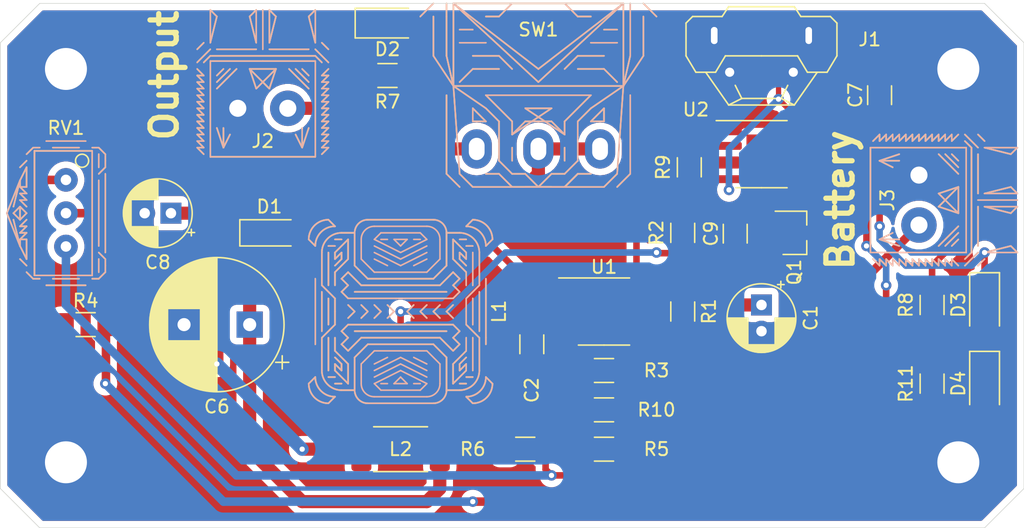
<source format=kicad_pcb>
(kicad_pcb (version 20171130) (host pcbnew "(5.1.10)-1")
  (layers (0 F.Cu signal) (31 B.Cu signal) (34 B.Paste user) (35 F.Paste user) (36 B.SilkS user) (37 F.SilkS user) (38 B.Mask user) (39 F.Mask user) (44 Edge.Cuts user))
  (net 0 "")
  (net 1 GND)
  (net 2 +5V)
  (net 3 VBATT)
  (net 4 "Net-(D3-Pad2)")
  (net 5 "Net-(D1-Pad2)")
  (net 6 "Net-(R4-Pad1)")
  (net 7 "Net-(D2-Pad2)")
  (net 8 "Net-(J1-Pad4)")
  (net 9 "Net-(J1-Pad3)")
  (net 10 "Net-(J1-Pad2)")
  (net 11 "Net-(L1-Pad2)")
  (net 12 "Net-(C2-Pad1)")
  (net 13 +24V)
  (net 14 "Net-(D3-Pad1)")
  (net 15 "Net-(J2-Pad1)")
  (net 16 "Net-(R2-Pad1)")
  (net 17 "Net-(R9-Pad2)")
  (net 18 "Net-(C6-Pad1)")
  (net 19 "Net-(U1-Pad2)")
  (net 20 "Net-(R10-Pad2)")
  (net 21 "Net-(R10-Pad1)")
  (net 22 "Net-(R5-Pad1)")
  (net 23 "Net-(J3-Pad1)")
  (net 24 "Net-(D4-Pad2)")
  (net 25 "Net-(D4-Pad1)")
  (module Capacitor_SMD:C_1206_3216Metric_Pad1.33x1.80mm_HandSolder (layer F.Cu) (at 56 17.5625 90)
    (fp_text reference C9 (at 0 -1.85 90) (layer F.SilkS))
    (fp_text value 10uF)
    (pad 2 smd roundrect (at 1.5625 0 90) (size 1.325 1.8) (layers F.Cu F.Paste F.Mask) (roundrect_rratio 0.188679) (net 1 GND))
    (pad 1 smd roundrect (at -1.5625 0 90) (size 1.325 1.8) (layers F.Cu F.Paste F.Mask) (roundrect_rratio 0.188679) (net 3 VBATT))
  )
  (module Capacitor_THT:CP_Radial_D5.0mm_P2.00mm (layer F.Cu) (at 58 23 270)
    (fp_text reference C1 (at 1 -3.75 90) (layer F.SilkS))
    (fp_text value "100uF ±20% 50V")
    (pad 2 thru_hole circle (at 2 0 270) (size 1.6 1.6) (drill 0.8) (layers *.Cu *.Mask) (net 1 GND))
    (pad 1 thru_hole rect (at 0 0 270) (size 1.6 1.6) (drill 0.8) (layers *.Cu *.Mask) (net 3 VBATT))
  )
  (module Capacitor_THT:CP_Radial_D5.0mm_P2.00mm (layer F.Cu) (at 13 16 180)
    (fp_text reference C8 (at 1 -3.75) (layer F.SilkS))
    (fp_text value "100uF ±20% 50V")
    (pad 2 thru_hole circle (at 2 0 180) (size 1.6 1.6) (drill 0.8) (layers *.Cu *.Mask) (net 1 GND))
    (pad 1 thru_hole rect (at 0 0 180) (size 1.6 1.6) (drill 0.8) (layers *.Cu *.Mask) (net 13 +24V))
  )
  (module Capacitor_THT:CP_Radial_D10.0mm_P5.00mm (layer F.Cu) (at 19 24.5 180)
    (fp_text reference C6 (at 2.5 -6.25) (layer F.SilkS))
    (fp_text value "330uF ±20% 50V")
    (pad 2 thru_hole circle (at 5 0 180) (size 2 2) (drill 1) (layers *.Cu *.Mask) (net 1 GND))
    (pad 1 thru_hole rect (at 0 0 180) (size 2 2) (drill 1) (layers *.Cu *.Mask) (net 18 "Net-(C6-Pad1)"))
  )
  (module Diode_SMD:D_1206_3216Metric_Pad1.42x1.75mm_HandSolder (layer F.Cu) (at 75 29 270)
    (fp_text reference D4 (at 0 2 90) (layer F.SilkS))
    (fp_text value "Blue LED")
    (pad 1 smd roundrect (at -1.4875 0 270) (size 1.425 1.75) (layers F.Cu F.Paste F.Mask) (roundrect_rratio 0.175439) (net 25 "Net-(D4-Pad1)"))
    (pad 2 smd roundrect (at 1.4875 0 270) (size 1.425 1.75) (layers F.Cu F.Paste F.Mask) (roundrect_rratio 0.175439) (net 24 "Net-(D4-Pad2)"))
  )
  (module Resistor_SMD:R_1206_3216Metric_Pad1.30x1.75mm_HandSolder (layer F.Cu) (at 71 29 90)
    (fp_text reference R11 (at 0 -2 90) (layer F.SilkS))
    (fp_text value 10k)
    (pad 2 smd roundrect (at 1.55 0 90) (size 1.3 1.75) (layers F.Cu F.Paste F.Mask) (roundrect_rratio 0.192308) (net 2 +5V))
    (pad 1 smd roundrect (at -1.55 0 90) (size 1.3 1.75) (layers F.Cu F.Paste F.Mask) (roundrect_rratio 0.192308) (net 24 "Net-(D4-Pad2)"))
  )
  (module Package_TO_SOT_SMD:SC-59 (layer F.Cu) (at 60.5 17.5)
    (fp_text reference Q1 (at 0 3 270) (layer F.SilkS))
    (fp_text value Q_PMOS_GSD)
    (pad 3 smd rect (at 1.2 0) (size 0.9 0.8) (layers F.Cu F.Paste F.Mask) (net 23 "Net-(J3-Pad1)"))
    (pad 2 smd rect (at -1.2 0.95) (size 0.9 0.8) (layers F.Cu F.Paste F.Mask) (net 3 VBATT))
    (pad 1 smd rect (at -1.2 -0.95) (size 0.9 0.8) (layers F.Cu F.Paste F.Mask) (net 1 GND))
  )
  (module BatteryBoost:SOIC-8-1EP_3.9x4.9mm_P1.27mm_EP2.29x3mm (layer F.Cu) (at 58 11.5)
    (fp_text reference U2 (at -5 -3.4) (layer F.SilkS))
    (fp_text value TP4056)
    (pad 9 smd rect (at 0 0) (size 2.29 3) (layers F.Cu F.Mask))
    (pad 8 smd roundrect (at 2.475 -1.905) (size 1.95 0.6) (layers F.Cu F.Paste F.Mask) (net 2 +5V))
    (pad 7 smd roundrect (at 2.475 -0.635) (size 1.95 0.6) (layers F.Cu F.Paste F.Mask) (net 14 "Net-(D3-Pad1)"))
    (pad 6 smd roundrect (at 2.475 0.635) (size 1.95 0.6) (layers F.Cu F.Paste F.Mask) (net 25 "Net-(D4-Pad1)"))
    (pad 5 smd roundrect (at 2.475 1.905) (size 1.95 0.6) (layers F.Cu F.Paste F.Mask) (net 3 VBATT))
    (pad 4 smd roundrect (at -2.475 1.905) (size 1.95 0.6) (layers F.Cu F.Paste F.Mask) (net 2 +5V))
    (pad 3 smd roundrect (at -2.475 0.635) (size 1.95 0.6) (layers F.Cu F.Paste F.Mask) (net 1 GND))
    (pad 2 smd roundrect (at -2.475 -0.635) (size 1.95 0.6) (layers F.Cu F.Paste F.Mask) (net 17 "Net-(R9-Pad2)"))
    (pad 1 smd roundrect (at -2.475 -1.905) (size 1.95 0.6) (layers F.Cu F.Paste F.Mask) (net 1 GND))
  )
  (module BatteryBoost:Switch_SS-12D06L5 (layer F.Cu) (at 41 0)
    (fp_text reference SW1 (at 0 2) (layer F.SilkS))
    (fp_text value SW_SPDT)
    (pad 3 thru_hole oval (at 4.7 11.1) (size 2.3 3) (drill oval 1.2 1.7) (layers *.Cu *.Mask) (net 13 +24V))
    (pad 2 thru_hole oval (at 0 11.1) (size 2.3 3) (drill oval 1.2 1.7) (layers *.Cu *.Mask) (net 13 +24V))
    (pad 1 thru_hole oval (at -4.7 11.1) (size 2.3 3) (drill oval 1.2 1.7) (layers *.Cu *.Mask) (net 15 "Net-(J2-Pad1)"))
  )
  (module BatteryBoost:Inductor_SLH_12x12x8 (layer F.Cu) (at 30.5 23.5)
    (fp_text reference L1 (at 7.5 0 90) (layer F.SilkS))
    (fp_text value "150uH ±20% 1.42A 280mΩ")
    (pad 2 smd rect (at 0 4.95) (size 5.4 2.9) (layers F.Cu F.Paste F.Mask) (net 11 "Net-(L1-Pad2)"))
    (pad 1 smd rect (at 0 -4.95) (size 5.4 2.9) (layers F.Cu F.Paste F.Mask) (net 5 "Net-(D1-Pad2)"))
  )
  (module BatteryBoost:WJ124-3.81-2P (layer F.Cu) (at 70 15 90)
    (fp_text reference J3 (at 0 -2.4 90) (layer F.SilkS))
    (fp_text value Conn_01x02)
    (pad 1 thru_hole circle (at -1.905 0 90) (size 2.7 2.7) (drill 1.3) (layers *.Cu *.Mask) (net 23 "Net-(J3-Pad1)"))
    (pad 2 thru_hole circle (at 1.905 0 270) (size 2.7 2.7) (drill 1.3) (layers *.Cu *.Mask) (net 1 GND))
  )
  (module BatteryBoost:WJ124-3.81-2P (layer F.Cu) (at 20 8 180)
    (fp_text reference J2 (at 0 -2.5) (layer F.SilkS))
    (fp_text value Conn_01x02)
    (pad 1 thru_hole circle (at -1.905 0 180) (size 2.7 2.7) (drill 1.3) (layers *.Cu *.Mask) (net 15 "Net-(J2-Pad1)"))
    (pad 2 thru_hole circle (at 1.905 0) (size 2.7 2.7) (drill 1.3) (layers *.Cu *.Mask) (net 1 GND))
  )
  (module BatteryBoost:U-F-M5DD-Y-L (layer F.Cu) (at 58 5.25)
    (fp_text reference J1 (at 8.25 -2.5) (layer F.SilkS))
    (fp_text value USB_B_Micro)
    (pad 6 thru_hole oval (at -3.6 -2.8) (size 1.1 1.8) (drill oval 0.5 1.3) (layers *.Cu *.Mask) (net 1 GND))
    (pad 6 smd roundrect (at 0 -2.8 180) (size 3 2) (layers F.Cu F.Paste F.Mask) (net 1 GND))
    (pad 5 smd rect (at -1.35 0) (size 0.4 1.25) (layers F.Cu F.Paste F.Mask) (net 1 GND))
    (pad 4 smd rect (at -0.65 0) (size 0.4 1.25) (layers F.Cu F.Paste F.Mask) (net 8 "Net-(J1-Pad4)"))
    (pad 3 smd rect (at 0 0) (size 0.4 1.25) (layers F.Cu F.Paste F.Mask) (net 9 "Net-(J1-Pad3)"))
    (pad 2 smd rect (at 0.65 0) (size 0.4 1.25) (layers F.Cu F.Paste F.Mask) (net 10 "Net-(J1-Pad2)"))
    (pad 1 smd rect (at 1.3 0) (size 0.4 1.25) (layers F.Cu F.Paste F.Mask) (net 2 +5V))
    (pad 6 thru_hole circle (at -2.425 0) (size 1.29 1.29) (drill 0.7) (layers *.Cu *.Mask) (net 1 GND))
    (pad 6 thru_hole circle (at 2.425 0 180) (size 1.29 1.29) (drill 0.7) (layers *.Cu *.Mask) (net 1 GND))
    (pad 6 thru_hole oval (at -3.6 -2.8) (size 1.1 1.8) (drill oval 0.5 1.3) (layers *.Cu *.Mask) (net 1 GND))
    (pad 6 thru_hole oval (at 3.6 -2.8 180) (size 1.1 1.8) (drill oval 0.5 1.3) (layers *.Cu *.Mask) (net 1 GND))
  )
  (module Package_SO:SOIC-8_3.9x4.9mm_P1.27mm (layer F.Cu) (at 46 23.5)
    (fp_text reference U1 (at 0 -3.4) (layer F.SilkS))
    (fp_text value SP34063AEN)
    (pad 8 smd roundrect (at 2.475 -1.905) (size 1.95 0.6) (layers F.Cu F.Paste F.Mask) (net 16 "Net-(R2-Pad1)"))
    (pad 7 smd roundrect (at 2.475 -0.635) (size 1.95 0.6) (layers F.Cu F.Paste F.Mask) (net 11 "Net-(L1-Pad2)"))
    (pad 6 smd roundrect (at 2.475 0.635) (size 1.95 0.6) (layers F.Cu F.Paste F.Mask) (net 3 VBATT))
    (pad 5 smd roundrect (at 2.475 1.905) (size 1.95 0.6) (layers F.Cu F.Paste F.Mask) (net 20 "Net-(R10-Pad2)"))
    (pad 4 smd roundrect (at -2.475 1.905) (size 1.95 0.6) (layers F.Cu F.Paste F.Mask) (net 1 GND))
    (pad 3 smd roundrect (at -2.475 0.635) (size 1.95 0.6) (layers F.Cu F.Paste F.Mask) (net 12 "Net-(C2-Pad1)"))
    (pad 2 smd roundrect (at -2.475 -0.635) (size 1.95 0.6) (layers F.Cu F.Paste F.Mask) (net 19 "Net-(U1-Pad2)"))
    (pad 1 smd roundrect (at -2.475 -1.905) (size 1.95 0.6) (layers F.Cu F.Paste F.Mask) (net 5 "Net-(D1-Pad2)"))
  )
  (module BatteryBoost:Potentiometer_3296W-1-504 (layer F.Cu) (at 5 16 90)
    (fp_text reference RV1 (at 6.5 0 180) (layer F.SilkS))
    (fp_text value 500k)
    (pad 3 thru_hole circle (at 2.54 0 90) (size 1.8 1.8) (drill 0.8) (layers *.Cu *.Mask) (net 6 "Net-(R4-Pad1)"))
    (pad 2 thru_hole circle (at 0 0 90) (size 1.8 1.8) (drill 0.8) (layers *.Cu *.Mask) (net 20 "Net-(R10-Pad2)"))
    (pad 1 thru_hole circle (at -2.54 0 90) (size 1.8 1.8) (drill 0.8) (layers *.Cu *.Mask) (net 22 "Net-(R5-Pad1)"))
  )
  (module Resistor_SMD:R_1206_3216Metric_Pad1.30x1.75mm_HandSolder (layer F.Cu) (at 46 31)
    (fp_text reference R10 (at 4 0) (layer F.SilkS))
    (fp_text value "499k 0.25W 1%")
    (pad 2 smd roundrect (at 1.55 0) (size 1.3 1.75) (layers F.Cu F.Paste F.Mask) (roundrect_rratio 0.192308) (net 20 "Net-(R10-Pad2)"))
    (pad 1 smd roundrect (at -1.55 0) (size 1.3 1.75) (layers F.Cu F.Paste F.Mask) (roundrect_rratio 0.192308) (net 21 "Net-(R10-Pad1)"))
  )
  (module Resistor_SMD:R_1206_3216Metric_Pad1.30x1.75mm_HandSolder (layer F.Cu) (at 52.5 12.5 90)
    (fp_text reference R9 (at 0 -2 90) (layer F.SilkS))
    (fp_text value "1.2 k")
    (pad 2 smd roundrect (at 1.55 0 90) (size 1.3 1.75) (layers F.Cu F.Paste F.Mask) (roundrect_rratio 0.192308) (net 17 "Net-(R9-Pad2)"))
    (pad 1 smd roundrect (at -1.55 0 90) (size 1.3 1.75) (layers F.Cu F.Paste F.Mask) (roundrect_rratio 0.192308) (net 1 GND))
  )
  (module Resistor_SMD:R_1206_3216Metric_Pad1.30x1.75mm_HandSolder (layer F.Cu) (at 71 23 90)
    (fp_text reference R8 (at 0 -2 90) (layer F.SilkS))
    (fp_text value 10k)
    (pad 2 smd roundrect (at 1.55 0 90) (size 1.3 1.75) (layers F.Cu F.Paste F.Mask) (roundrect_rratio 0.192308) (net 2 +5V))
    (pad 1 smd roundrect (at -1.55 0 90) (size 1.3 1.75) (layers F.Cu F.Paste F.Mask) (roundrect_rratio 0.192308) (net 4 "Net-(D3-Pad2)"))
  )
  (module Resistor_SMD:R_1206_3216Metric_Pad1.30x1.75mm_HandSolder (layer F.Cu) (at 29.5 5.5)
    (fp_text reference R7 (at 0 2) (layer F.SilkS))
    (fp_text value 10k)
    (pad 2 smd roundrect (at 1.55 0) (size 1.3 1.75) (layers F.Cu F.Paste F.Mask) (roundrect_rratio 0.192308) (net 7 "Net-(D2-Pad2)"))
    (pad 1 smd roundrect (at -1.55 0) (size 1.3 1.75) (layers F.Cu F.Paste F.Mask) (roundrect_rratio 0.192308) (net 15 "Net-(J2-Pad1)"))
  )
  (module Resistor_SMD:R_1206_3216Metric_Pad1.30x1.75mm_HandSolder (layer F.Cu) (at 40 34 180)
    (fp_text reference R6 (at 4 0) (layer F.SilkS))
    (fp_text value 48k)
    (pad 2 smd roundrect (at 1.55 0 180) (size 1.3 1.75) (layers F.Cu F.Paste F.Mask) (roundrect_rratio 0.192308) (net 18 "Net-(C6-Pad1)"))
    (pad 1 smd roundrect (at -1.55 0 180) (size 1.3 1.75) (layers F.Cu F.Paste F.Mask) (roundrect_rratio 0.192308) (net 22 "Net-(R5-Pad1)"))
  )
  (module Resistor_SMD:R_1206_3216Metric_Pad1.30x1.75mm_HandSolder (layer F.Cu) (at 46 34 180)
    (fp_text reference R5 (at -4 0) (layer F.SilkS))
    (fp_text value "9.1k 1% 0.25W")
    (pad 2 smd roundrect (at 1.55 0 180) (size 1.3 1.75) (layers F.Cu F.Paste F.Mask) (roundrect_rratio 0.192308) (net 21 "Net-(R10-Pad1)"))
    (pad 1 smd roundrect (at -1.55 0 180) (size 1.3 1.75) (layers F.Cu F.Paste F.Mask) (roundrect_rratio 0.192308) (net 22 "Net-(R5-Pad1)"))
  )
  (module Resistor_SMD:R_1206_3216Metric_Pad1.30x1.75mm_HandSolder (layer F.Cu) (at 6.5 24.5)
    (fp_text reference R4 (at 0 -1.82) (layer F.SilkS))
    (fp_text value 0R)
    (pad 2 smd roundrect (at 1.55 0) (size 1.3 1.75) (layers F.Cu F.Paste F.Mask) (roundrect_rratio 0.192308) (net 20 "Net-(R10-Pad2)"))
    (pad 1 smd roundrect (at -1.55 0) (size 1.3 1.75) (layers F.Cu F.Paste F.Mask) (roundrect_rratio 0.192308) (net 6 "Net-(R4-Pad1)"))
  )
  (module Resistor_SMD:R_1206_3216Metric_Pad1.30x1.75mm_HandSolder (layer F.Cu) (at 46 28)
    (fp_text reference R3 (at 4 0) (layer F.SilkS))
    (fp_text value 16k)
    (pad 2 smd roundrect (at 1.55 0) (size 1.3 1.75) (layers F.Cu F.Paste F.Mask) (roundrect_rratio 0.192308) (net 20 "Net-(R10-Pad2)"))
    (pad 1 smd roundrect (at -1.55 0) (size 1.3 1.75) (layers F.Cu F.Paste F.Mask) (roundrect_rratio 0.192308) (net 1 GND))
  )
  (module Resistor_SMD:R_1206_3216Metric_Pad1.30x1.75mm_HandSolder (layer F.Cu) (at 52 17.5 270)
    (fp_text reference R2 (at 0 2 90) (layer F.SilkS))
    (fp_text value 180R)
    (pad 2 smd roundrect (at 1.55 0 270) (size 1.3 1.75) (layers F.Cu F.Paste F.Mask) (roundrect_rratio 0.192308) (net 11 "Net-(L1-Pad2)"))
    (pad 1 smd roundrect (at -1.55 0 270) (size 1.3 1.75) (layers F.Cu F.Paste F.Mask) (roundrect_rratio 0.192308) (net 16 "Net-(R2-Pad1)"))
  )
  (module Resistor_SMD:R_1206_3216Metric_Pad1.30x1.75mm_HandSolder (layer F.Cu) (at 52 23.5 270)
    (fp_text reference R1 (at 0 -2 90) (layer F.SilkS))
    (fp_text value "0.22 R")
    (pad 2 smd roundrect (at 1.55 0 270) (size 1.3 1.75) (layers F.Cu F.Paste F.Mask) (roundrect_rratio 0.192308) (net 3 VBATT))
    (pad 1 smd roundrect (at -1.55 0 270) (size 1.3 1.75) (layers F.Cu F.Paste F.Mask) (roundrect_rratio 0.192308) (net 11 "Net-(L1-Pad2)"))
  )
  (module Inductor_SMD:L_2512_6332Metric_Pad1.52x3.35mm_HandSolder (layer F.Cu) (at 30.5 34 180)
    (fp_text reference L2 (at 0 0) (layer F.SilkS))
    (fp_text value "1uH ±20% 3.29A 59mΩ SMD,2.5x2x1.2mm")
    (pad 2 smd roundrect (at 2.9875 0 180) (size 1.525 3.35) (layers F.Cu F.Paste F.Mask) (roundrect_rratio 0.163934) (net 13 +24V))
    (pad 1 smd roundrect (at -2.9875 0 180) (size 1.525 3.35) (layers F.Cu F.Paste F.Mask) (roundrect_rratio 0.163934) (net 18 "Net-(C6-Pad1)"))
  )
  (module Diode_SMD:D_1206_3216Metric_Pad1.42x1.75mm_HandSolder (layer F.Cu) (at 75 23 270)
    (fp_text reference D3 (at 0 2 90) (layer F.SilkS))
    (fp_text value "Red LED")
    (pad 2 smd roundrect (at 1.4875 0 270) (size 1.425 1.75) (layers F.Cu F.Paste F.Mask) (roundrect_rratio 0.175439) (net 4 "Net-(D3-Pad2)"))
    (pad 1 smd roundrect (at -1.4875 0 270) (size 1.425 1.75) (layers F.Cu F.Paste F.Mask) (roundrect_rratio 0.175439) (net 14 "Net-(D3-Pad1)"))
  )
  (module Diode_SMD:D_1206_3216Metric_Pad1.42x1.75mm_HandSolder (layer F.Cu) (at 29.5 1.5)
    (fp_text reference D2 (at 0 2) (layer F.SilkS))
    (fp_text value "Blue LED")
    (pad 2 smd roundrect (at 1.4875 0) (size 1.425 1.75) (layers F.Cu F.Paste F.Mask) (roundrect_rratio 0.175439) (net 7 "Net-(D2-Pad2)"))
    (pad 1 smd roundrect (at -1.4875 0) (size 1.425 1.75) (layers F.Cu F.Paste F.Mask) (roundrect_rratio 0.175439) (net 1 GND))
  )
  (module Diode_SMD:D_SOD-123 (layer F.Cu) (at 20.5 17.5)
    (fp_text reference D1 (at 0 -2) (layer F.SilkS))
    (fp_text value "40V 1A 450mV @ 1A")
    (pad 2 smd rect (at 1.65 0) (size 0.9 1.2) (layers F.Cu F.Paste F.Mask) (net 5 "Net-(D1-Pad2)"))
    (pad 1 smd rect (at -1.65 0) (size 0.9 1.2) (layers F.Cu F.Paste F.Mask) (net 18 "Net-(C6-Pad1)"))
  )
  (module Capacitor_SMD:C_1206_3216Metric_Pad1.33x1.80mm_HandSolder (layer F.Cu) (at 67 7 90)
    (fp_text reference C7 (at 0 -1.85 90) (layer F.SilkS))
    (fp_text value 10uF)
    (pad 2 smd roundrect (at 1.5625 0 90) (size 1.325 1.8) (layers F.Cu F.Paste F.Mask) (roundrect_rratio 0.188679) (net 1 GND))
    (pad 1 smd roundrect (at -1.5625 0 90) (size 1.325 1.8) (layers F.Cu F.Paste F.Mask) (roundrect_rratio 0.188679) (net 2 +5V))
  )
  (module Capacitor_SMD:C_1206_3216Metric_Pad1.33x1.80mm_HandSolder (layer F.Cu) (at 40.5 26 270)
    (fp_text reference C2 (at 3.5 0 90) (layer F.SilkS))
    (fp_text value "1.5nF ±10% 50V X7R 1206")
    (pad 2 smd roundrect (at 1.5625 0 270) (size 1.325 1.8) (layers F.Cu F.Paste F.Mask) (roundrect_rratio 0.188679) (net 1 GND))
    (pad 1 smd roundrect (at -1.5625 0 270) (size 1.325 1.8) (layers F.Cu F.Paste F.Mask) (roundrect_rratio 0.188679) (net 12 "Net-(C2-Pad1)"))
  )
  (module MountingHole:MountingHole_3.2mm_M3_DIN965_Pad_TopBottom (layer F.Cu) (at 5 35)
    (fp_text reference J7 hide)
    (fp_text value "Mounting Hole")
    (pad 1 connect circle (at 0 0) (size 5.6 5.6) (layers B.Cu B.Mask) (net 1 GND))
    (pad 1 connect circle (at 0 0) (size 5.6 5.6) (layers F.Cu F.Mask) (net 1 GND))
    (pad 1 thru_hole circle (at 0 0) (size 3.6 3.6) (drill 3.2) (layers *.Cu *.Mask) (net 1 GND))
  )
  (module MountingHole:MountingHole_3.2mm_M3_DIN965_Pad_TopBottom (layer F.Cu) (at 73 5)
    (fp_text reference J6 hide)
    (fp_text value "Mounting Hole")
    (pad 1 connect circle (at 0 0) (size 5.6 5.6) (layers B.Cu B.Mask) (net 1 GND))
    (pad 1 connect circle (at 0 0) (size 5.6 5.6) (layers F.Cu F.Mask) (net 1 GND))
    (pad 1 thru_hole circle (at 0 0) (size 3.6 3.6) (drill 3.2) (layers *.Cu *.Mask) (net 1 GND))
  )
  (module MountingHole:MountingHole_3.2mm_M3_DIN965_Pad_TopBottom (layer F.Cu) (at 73 35)
    (fp_text reference J5 hide)
    (fp_text value "Mounting Hole")
    (pad 1 connect circle (at 0 0) (size 5.6 5.6) (layers B.Cu B.Mask) (net 1 GND))
    (pad 1 connect circle (at 0 0) (size 5.6 5.6) (layers F.Cu F.Mask) (net 1 GND))
    (pad 1 thru_hole circle (at 0 0) (size 3.6 3.6) (drill 3.2) (layers *.Cu *.Mask) (net 1 GND))
  )
  (module MountingHole:MountingHole_3.2mm_M3_DIN965_Pad_TopBottom (layer F.Cu) (at 5 5)
    (fp_text reference J4 hide)
    (fp_text value "Mounting Hole")
    (pad 1 connect circle (at 0 0) (size 5.6 5.6) (layers B.Cu B.Mask) (net 1 GND))
    (pad 1 connect circle (at 0 0) (size 5.6 5.6) (layers F.Cu F.Mask) (net 1 GND))
    (pad 1 thru_hole circle (at 0 0) (size 3.6 3.6) (drill 3.2) (layers *.Cu *.Mask) (net 1 GND))
  )
  (gr_line (start 3 40) (end 0 37) (layer Edge.Cuts) (width 0.05))
  (gr_line (start 78 37) (end 75 40) (layer Edge.Cuts) (width 0.05))
  (gr_line (start 75 0) (end 78 3) (layer Edge.Cuts) (width 0.05))
  (gr_line (start 0 3) (end 3 0) (layer Edge.Cuts) (width 0.05))
  (gr_text Output (at 12.5 5.5 90) (layer F.SilkS) (effects (font (size 2 2) (thickness 0.4))))
  (gr_text Battery (at 64 15 90) (layer F.SilkS) (effects (font (size 2 2) (thickness 0.4))))
  (gr_line (start 78 37) (end 78 3) (layer Edge.Cuts) (width 0.05))
  (gr_line (start 3 40) (end 75 40) (layer Edge.Cuts) (width 0.05))
  (gr_line (start 75 0) (end 3 0) (layer Edge.Cuts) (width 0.05))
  (gr_line (start 0 3) (end 0 37) (layer Edge.Cuts) (width 0.05))
  (via (at 8 29) (size 0.8) (drill 0.4) (layers F.Cu B.Cu) (net 20))
  (segment (start 59.3 5.25) (end 59.3 7.3) (width 0.4) (layer F.Cu) (net 2))
  (segment (start 60.475 8.475) (end 60.475 9.595) (width 0.4) (layer F.Cu) (net 2))
  (segment (start 59.3 7.3) (end 60.475 8.475) (width 0.4) (layer F.Cu) (net 2))
  (segment (start 60.475 9.595) (end 62.405 9.595) (width 0.5) (layer F.Cu) (net 2))
  (segment (start 62.405 9.595) (end 63 9) (width 0.5) (layer F.Cu) (net 2))
  (segment (start 63 9) (end 71.5 9) (width 0.5) (layer F.Cu) (net 2))
  (segment (start 71.5 9) (end 72.5 10) (width 0.5) (layer F.Cu) (net 2))
  (segment (start 72.5 10) (end 72.5 18.5) (width 0.5) (layer F.Cu) (net 2))
  (segment (start 71 20) (end 71 21.45) (width 0.5) (layer F.Cu) (net 2))
  (segment (start 72.5 18.5) (end 71 20) (width 0.5) (layer F.Cu) (net 2))
  (segment (start 71 21.45) (end 69.55 21.45) (width 0.5) (layer F.Cu) (net 2))
  (segment (start 69.55 21.45) (end 69 22) (width 0.5) (layer F.Cu) (net 2))
  (segment (start 69 22) (end 69 27) (width 0.5) (layer F.Cu) (net 2))
  (segment (start 69.45 27.45) (end 71 27.45) (width 0.5) (layer F.Cu) (net 2))
  (segment (start 69 27) (end 69.45 27.45) (width 0.5) (layer F.Cu) (net 2))
  (via (at 59.3 7.3) (size 0.8) (drill 0.4) (layers F.Cu B.Cu) (net 2))
  (segment (start 55.525 13.405) (end 55.525 14.225) (width 0.5) (layer F.Cu) (net 2))
  (via (at 55.525 14.225) (size 0.8) (drill 0.4) (layers F.Cu B.Cu) (net 2))
  (segment (start 55.525 11.075) (end 59.3 7.3) (width 0.5) (layer B.Cu) (net 2))
  (segment (start 55.525 14.225) (end 55.525 11.075) (width 0.5) (layer B.Cu) (net 2))
  (segment (start 59.3 18.45) (end 60.05 18.45) (width 0.5) (layer F.Cu) (net 3))
  (segment (start 60.475 18.025) (end 60.475 13.405) (width 0.5) (layer F.Cu) (net 3))
  (segment (start 60.05 18.45) (end 60.475 18.025) (width 0.5) (layer F.Cu) (net 3))
  (segment (start 58.6875 19.0625) (end 59.3 18.45) (width 0.5) (layer F.Cu) (net 3))
  (segment (start 56 19.0625) (end 58.6875 19.0625) (width 0.5) (layer F.Cu) (net 3))
  (segment (start 51.085 24.135) (end 52 25.05) (width 0.65) (layer F.Cu) (net 3))
  (segment (start 48.475 24.135) (end 51.085 24.135) (width 0.65) (layer F.Cu) (net 3))
  (segment (start 52 25.05) (end 53.95 25.05) (width 1) (layer F.Cu) (net 3))
  (segment (start 56 23) (end 58 23) (width 1) (layer F.Cu) (net 3))
  (segment (start 53.95 25.05) (end 56 23) (width 1) (layer F.Cu) (net 3))
  (segment (start 56 23) (end 56 19.125) (width 1) (layer F.Cu) (net 3))
  (segment (start 74.9375 24.55) (end 75 24.4875) (width 0.5) (layer F.Cu) (net 4))
  (segment (start 71 24.55) (end 74.9375 24.55) (width 0.5) (layer F.Cu) (net 4))
  (segment (start 30.5 18.55) (end 37.55 18.55) (width 0.5) (layer F.Cu) (net 5))
  (segment (start 40.595 21.595) (end 43.525 21.595) (width 0.5) (layer F.Cu) (net 5))
  (segment (start 37.55 18.55) (end 40.595 21.595) (width 0.5) (layer F.Cu) (net 5))
  (segment (start 22.15 17.5) (end 25.5 17.5) (width 1) (layer F.Cu) (net 5))
  (segment (start 26.55 18.55) (end 30.5 18.55) (width 1) (layer F.Cu) (net 5))
  (segment (start 25.5 17.5) (end 26.55 18.55) (width 1) (layer F.Cu) (net 5))
  (segment (start 5 13.46) (end 3.54 13.46) (width 0.65) (layer F.Cu) (net 6))
  (segment (start 3.54 13.46) (end 3 14) (width 0.65) (layer F.Cu) (net 6))
  (segment (start 4.95 24.5) (end 3.5 24.5) (width 0.65) (layer F.Cu) (net 6))
  (segment (start 3.5 24.5) (end 3 24) (width 0.65) (layer F.Cu) (net 6))
  (segment (start 3 24) (end 3 14) (width 0.65) (layer F.Cu) (net 6))
  (segment (start 30.9875 5.4375) (end 31.05 5.5) (width 1) (layer F.Cu) (net 7))
  (segment (start 30.9875 1.5) (end 30.9875 5.4375) (width 1) (layer F.Cu) (net 7))
  (segment (start 51.085 22.865) (end 52 21.95) (width 0.65) (layer F.Cu) (net 11))
  (segment (start 48.475 22.865) (end 51.085 22.865) (width 0.65) (layer F.Cu) (net 11))
  (segment (start 52 19.05) (end 52 21.95) (width 0.5) (layer F.Cu) (net 11))
  (segment (start 50.05 19.05) (end 50 19) (width 0.5) (layer F.Cu) (net 11))
  (via (at 50 19) (size 0.8) (drill 0.4) (layers F.Cu B.Cu) (net 11))
  (segment (start 52 19.05) (end 50.05 19.05) (width 0.5) (layer F.Cu) (net 11))
  (segment (start 50 19) (end 42 19) (width 0.5) (layer B.Cu) (net 11))
  (segment (start 42 19) (end 38.5 19) (width 0.5) (layer B.Cu) (net 11))
  (segment (start 38.5 19) (end 34 23.5) (width 0.5) (layer B.Cu) (net 11))
  (via (at 30.5 23.5) (size 0.8) (drill 0.4) (layers F.Cu B.Cu) (net 11))
  (segment (start 34 23.5) (end 30.5 23.5) (width 0.5) (layer B.Cu) (net 11))
  (segment (start 30.5 23.5) (end 30.5 28.45) (width 0.5) (layer F.Cu) (net 11))
  (segment (start 40.8025 24.135) (end 40.5 24.4375) (width 0.4) (layer F.Cu) (net 12))
  (segment (start 43.525 24.135) (end 40.8025 24.135) (width 0.4) (layer F.Cu) (net 12))
  (segment (start 27.5125 34) (end 25 34) (width 1) (layer F.Cu) (net 13))
  (segment (start 41 11.1) (end 45.7 11.1) (width 1) (layer F.Cu) (net 13))
  (segment (start 41 11.1) (end 41 13) (width 1) (layer F.Cu) (net 13))
  (segment (start 41 13) (end 39 15) (width 1) (layer F.Cu) (net 13))
  (segment (start 13 16) (end 15 16) (width 1) (layer F.Cu) (net 13))
  (segment (start 15 16) (end 16.5 17.5) (width 1) (layer F.Cu) (net 13))
  (via (at 16.5 27.5) (size 0.8) (drill 0.4) (layers F.Cu B.Cu) (net 13))
  (segment (start 16.5 17.5) (end 16.5 27.5) (width 1) (layer F.Cu) (net 13))
  (segment (start 16.5 27.5) (end 23 34) (width 1) (layer B.Cu) (net 13))
  (via (at 23 34) (size 0.8) (drill 0.4) (layers F.Cu B.Cu) (net 13))
  (segment (start 27.5125 34) (end 23 34) (width 1) (layer F.Cu) (net 13))
  (segment (start 16 15) (end 15 16) (width 1) (layer F.Cu) (net 13))
  (segment (start 39 15) (end 16 15) (width 1) (layer F.Cu) (net 13))
  (segment (start 60.475 10.865) (end 65.365 10.865) (width 0.5) (layer F.Cu) (net 14))
  (segment (start 65.365 10.865) (end 67 12.5) (width 0.5) (layer F.Cu) (net 14))
  (via (at 67 17) (size 0.8) (drill 0.4) (layers F.Cu B.Cu) (net 14))
  (segment (start 67 12.5) (end 67 17) (width 0.5) (layer F.Cu) (net 14))
  (segment (start 67 17) (end 67 18) (width 0.5) (layer B.Cu) (net 14))
  (segment (start 67 18) (end 69 20) (width 0.5) (layer B.Cu) (net 14))
  (via (at 75 19) (size 0.8) (drill 0.4) (layers F.Cu B.Cu) (net 14))
  (segment (start 74 20) (end 75 19) (width 0.5) (layer B.Cu) (net 14))
  (segment (start 69 20) (end 74 20) (width 0.5) (layer B.Cu) (net 14))
  (segment (start 75 19) (end 75 21.5125) (width 0.5) (layer F.Cu) (net 14))
  (segment (start 29.1 11.1) (end 36.3 11.1) (width 1) (layer F.Cu) (net 15))
  (segment (start 27.95 9.95) (end 29.1 11.1) (width 1) (layer F.Cu) (net 15))
  (segment (start 27.9 8) (end 27.95 7.95) (width 1) (layer F.Cu) (net 15))
  (segment (start 21.905 8) (end 27.9 8) (width 1) (layer F.Cu) (net 15))
  (segment (start 27.95 7.95) (end 27.95 9.95) (width 1) (layer F.Cu) (net 15))
  (segment (start 27.95 5.5) (end 27.95 7.95) (width 1) (layer F.Cu) (net 15))
  (segment (start 48.475 21.595) (end 48.475 16.525) (width 0.5) (layer F.Cu) (net 16))
  (segment (start 49.05 15.95) (end 52 15.95) (width 0.5) (layer F.Cu) (net 16))
  (segment (start 48.475 16.525) (end 49.05 15.95) (width 0.5) (layer F.Cu) (net 16))
  (segment (start 52.585 10.865) (end 52.5 10.95) (width 0.5) (layer F.Cu) (net 17))
  (segment (start 55.525 10.865) (end 52.585 10.865) (width 0.5) (layer F.Cu) (net 17))
  (segment (start 38.45 34) (end 38.45 34.05) (width 1) (layer F.Cu) (net 18))
  (segment (start 38.4 34) (end 33.4875 34) (width 1) (layer F.Cu) (net 18))
  (segment (start 38.45 34.05) (end 38.4 34) (width 1) (layer F.Cu) (net 18))
  (segment (start 19 24.5) (end 19 34) (width 1) (layer F.Cu) (net 18))
  (segment (start 19 34) (end 23 38) (width 1) (layer F.Cu) (net 18))
  (segment (start 23 38) (end 32.5 38) (width 1) (layer F.Cu) (net 18))
  (segment (start 33.4875 37.0125) (end 33.4875 34) (width 1) (layer F.Cu) (net 18))
  (segment (start 32.5 38) (end 33.4875 37.0125) (width 1) (layer F.Cu) (net 18))
  (segment (start 19 24.5) (end 19 21) (width 1) (layer F.Cu) (net 18))
  (segment (start 18.85 20.85) (end 18.85 17.5) (width 1) (layer F.Cu) (net 18))
  (segment (start 19 21) (end 18.85 20.85) (width 1) (layer F.Cu) (net 18))
  (segment (start 47.55 27.95) (end 47.55 28) (width 0.5) (layer F.Cu) (net 20))
  (segment (start 48.475 27.025) (end 47.55 27.95) (width 0.5) (layer F.Cu) (net 20))
  (segment (start 48.475 25.405) (end 48.475 27.025) (width 0.5) (layer F.Cu) (net 20))
  (segment (start 47.55 28) (end 47.55 31) (width 0.5) (layer F.Cu) (net 20))
  (segment (start 8.05 17.05) (end 8.05 24.5) (width 0.65) (layer F.Cu) (net 20))
  (segment (start 7 16) (end 8.05 17.05) (width 0.65) (layer F.Cu) (net 20))
  (segment (start 5 16) (end 7 16) (width 0.65) (layer F.Cu) (net 20))
  (segment (start 47.55 31) (end 52 31) (width 0.65) (layer F.Cu) (net 20))
  (segment (start 52 31) (end 53 32) (width 0.65) (layer F.Cu) (net 20))
  (segment (start 53 32) (end 53 36) (width 0.65) (layer F.Cu) (net 20))
  (segment (start 53 36) (end 51 38) (width 0.65) (layer F.Cu) (net 20))
  (via (at 36 38) (size 0.8) (drill 0.4) (layers F.Cu B.Cu) (net 20))
  (segment (start 51 38) (end 36 38) (width 0.65) (layer F.Cu) (net 20))
  (segment (start 36 38) (end 17 38) (width 0.65) (layer B.Cu) (net 20))
  (segment (start 17 38) (end 8 29) (width 0.65) (layer B.Cu) (net 20))
  (segment (start 8.05 28.95) (end 8 29) (width 0.65) (layer F.Cu) (net 20))
  (segment (start 8.05 24.5) (end 8.05 28.95) (width 0.65) (layer F.Cu) (net 20))
  (segment (start 44.45 31) (end 44.45 34) (width 0.5) (layer F.Cu) (net 21))
  (segment (start 41.55 34) (end 41.55 35.55) (width 0.5) (layer F.Cu) (net 22))
  (segment (start 41.55 35.55) (end 42 36) (width 0.5) (layer F.Cu) (net 22))
  (segment (start 42 36) (end 47 36) (width 0.5) (layer F.Cu) (net 22))
  (segment (start 47.55 35.45) (end 47.55 34) (width 0.5) (layer F.Cu) (net 22))
  (segment (start 47 36) (end 47.55 35.45) (width 0.5) (layer F.Cu) (net 22))
  (segment (start 18 36) (end 42 36) (width 0.65) (layer B.Cu) (net 22))
  (segment (start 5 23) (end 18 36) (width 0.65) (layer B.Cu) (net 22))
  (segment (start 5 18.54) (end 5 23) (width 0.65) (layer B.Cu) (net 22))
  (via (at 42 36) (size 0.8) (drill 0.4) (layers F.Cu B.Cu) (net 22))
  (segment (start 65.905 21) (end 70 16.905) (width 0.65) (layer F.Cu) (net 23))
  (segment (start 61.7 20.2) (end 62.5 21) (width 0.65) (layer F.Cu) (net 23))
  (segment (start 61.7 17.5) (end 61.7 20.2) (width 0.65) (layer F.Cu) (net 23))
  (segment (start 62.5 21) (end 65.905 21) (width 0.65) (layer F.Cu) (net 23))
  (segment (start 74.9375 30.55) (end 75 30.4875) (width 0.5) (layer F.Cu) (net 24))
  (segment (start 71 30.55) (end 74.9375 30.55) (width 0.5) (layer F.Cu) (net 24))
  (segment (start 75 27.5125) (end 74.9875 27.5125) (width 0.5) (layer F.Cu) (net 25))
  (segment (start 74.9875 27.5125) (end 73.5 29) (width 0.5) (layer F.Cu) (net 25))
  (segment (start 73.5 29) (end 68 29) (width 0.5) (layer F.Cu) (net 25))
  (segment (start 68 29) (end 67.5 28.5) (width 0.5) (layer F.Cu) (net 25))
  (via (at 67.5 21.5) (size 0.8) (drill 0.4) (layers F.Cu B.Cu) (net 25))
  (segment (start 67.5 28.5) (end 67.5 21.5) (width 0.5) (layer F.Cu) (net 25))
  (via (at 66 18.5) (size 0.8) (drill 0.4) (layers F.Cu B.Cu) (net 25))
  (segment (start 67.5 20) (end 66 18.5) (width 0.5) (layer B.Cu) (net 25))
  (segment (start 67.5 21.5) (end 67.5 20) (width 0.5) (layer B.Cu) (net 25))
  (segment (start 60.475 12.135) (end 64.135 12.135) (width 0.5) (layer F.Cu) (net 25))
  (segment (start 64.135 12.135) (end 66 14) (width 0.5) (layer F.Cu) (net 25))
  (segment (start 66 18.5) (end 66 14) (width 0.5) (layer F.Cu) (net 25))
  (zone (net 1) (net_name GND) (layer F.Cu) (connect_pads yes (clearance 0.508)) (min_thickness 0.254) (fill yes (arc_segments 32) (thermal_gap 0.508) (thermal_bridge_width 0.508))
    (polygon (pts (xy 78 40) (xy 0 40) (xy 0 0) (xy 78 0)))
  )
  (zone (net 1) (net_name GND) (layer B.Cu) (connect_pads yes (clearance 0.508)) (min_thickness 0.254) (fill yes (arc_segments 32) (thermal_gap 0.508) (thermal_bridge_width 0.508))
    (polygon (pts (xy 78 40) (xy 0 40) (xy 0 0) (xy 78 0)))
  )
)
</source>
